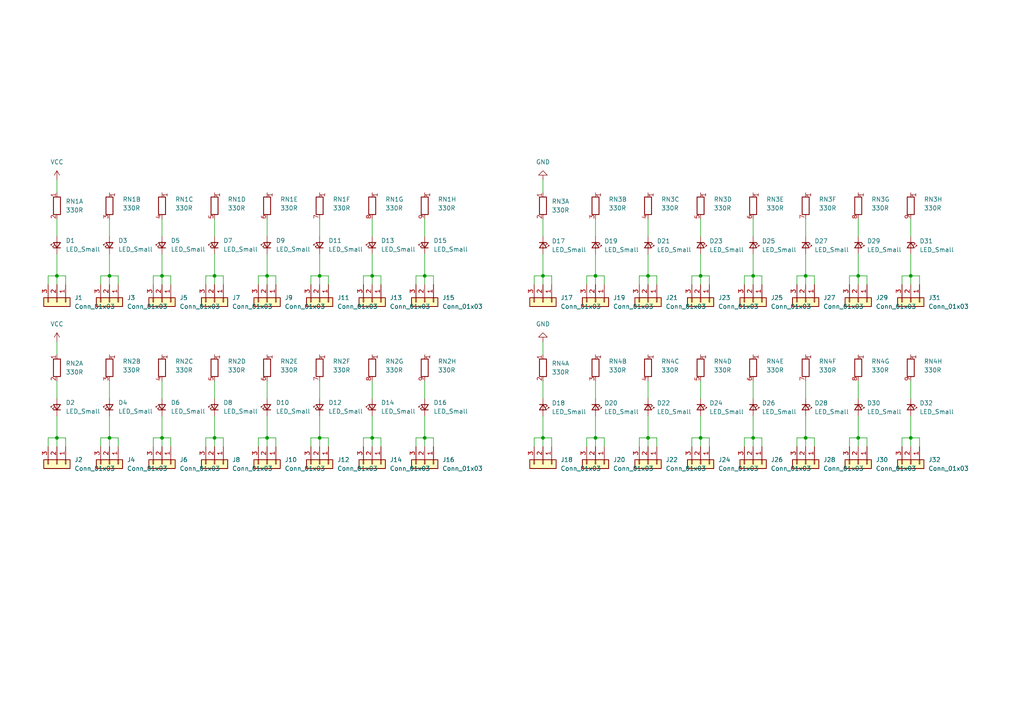
<source format=kicad_sch>
(kicad_sch (version 20220104) (generator eeschema)
  (paper "A4")
  (lib_symbols
    (symbol "Connector_Generic:Conn_01x03" (pin_names (offset 1.016) hide)
      (property "Reference" "J" (at 0 5.08 0))
      (property "Value" "Conn_01x03" (at 0 -5.08 0))
      (symbol "Conn_01x03_1_1"
        (rectangle (start -1.27 -2.413) (end 0 -2.667) (stroke (width 0.1524)))
        (rectangle (start -1.27 0.127) (end 0 -0.127) (stroke (width 0.1524)))
        (rectangle (start -1.27 2.667) (end 0 2.413) (stroke (width 0.1524)))
        (rectangle (start -1.27 3.81) (end 1.27 -3.81) (stroke (width 0.254)) (fill (type background)))
        (pin passive line (at -5.08 2.54 0) (length 3.81) (name "Pin_1") (number "1"))
        (pin passive line (at -5.08 0 0) (length 3.81) (name "Pin_2") (number "2"))
        (pin passive line (at -5.08 -2.54 0) (length 3.81) (name "Pin_3") (number "3"))
      )
    )
    (symbol "Device:LED_Small" (pin_numbers hide) (pin_names (offset 0.254) hide)
      (property "Reference" "D" (at -1.27 3.175 0))
      (property "Value" "LED_Small" (at -4.445 -2.54 0))
      (symbol "LED_Small_0_1"
        (polyline (pts (xy -0.762 -1.016) (xy -0.762 1.016)) (stroke (width 0.254)))
        (polyline (pts (xy 1.016 0) (xy -0.762 0)))
        (polyline (pts (xy 0.762 -1.016) (xy -0.762 0) (xy 0.762 1.016) (xy 0.762 -1.016)) (stroke (width 0.254)))
        (polyline (pts (xy 0 0.762) (xy -0.508 1.27) (xy -0.254 1.27) (xy -0.508 1.27) (xy -0.508 1.016)))
        (polyline (pts (xy 0.508 1.27) (xy 0 1.778) (xy 0.254 1.778) (xy 0 1.778) (xy 0 1.524)))
      )
      (symbol "LED_Small_1_1"
        (pin passive line (at -2.54 0 0) (length 1.778) (name "K") (number "1"))
        (pin passive line (at 2.54 0 180) (length 1.778) (name "A") (number "2"))
      )
    )
    (symbol "Device:R_Network08_Split" (pin_names (offset 0) hide)
      (property "Reference" "RN" (at 2.032 0 90))
      (property "Value" "R_Network08_Split" (at 0 0 90))
      (symbol "R_Network08_Split_0_1"
        (rectangle (start 1.016 2.54) (end -1.016 -2.54) (stroke (width 0.254)))
      )
      (symbol "R_Network08_Split_1_1"
        (pin passive line (at 0 3.81 270) (length 1.27) (name "R1.1") (number "1"))
        (pin passive line (at 0 -3.81 90) (length 1.27) (name "R1.2") (number "2"))
      )
      (symbol "R_Network08_Split_2_1"
        (polyline (pts (xy 0 2.54) (xy 0 3.81)))
        (text "1" (at 0.889 3.175 900) (effects (font (size 1.27 1.27))))
        (pin passive line (at 0 -3.81 90) (length 1.27) (name "R2.2") (number "3"))
      )
      (symbol "R_Network08_Split_3_1"
        (polyline (pts (xy 0 2.54) (xy 0 3.81)))
        (text "1" (at 0.889 3.175 900) (effects (font (size 1.27 1.27))))
        (pin passive line (at 0 -3.81 90) (length 1.27) (name "R3.2") (number "4"))
      )
      (symbol "R_Network08_Split_4_1"
        (polyline (pts (xy 0 2.54) (xy 0 3.81)))
        (text "1" (at 0.889 3.175 900) (effects (font (size 1.27 1.27))))
        (pin passive line (at 0 -3.81 90) (length 1.27) (name "R4.2") (number "5"))
      )
      (symbol "R_Network08_Split_5_1"
        (polyline (pts (xy 0 2.54) (xy 0 3.81)))
        (text "1" (at 0.889 3.175 900) (effects (font (size 1.27 1.27))))
        (pin passive line (at 0 -3.81 90) (length 1.27) (name "R5.2") (number "6"))
      )
      (symbol "R_Network08_Split_6_1"
        (polyline (pts (xy 0 2.54) (xy 0 3.81)))
        (text "1" (at 0.889 3.175 900) (effects (font (size 1.27 1.27))))
        (pin passive line (at 0 -3.81 90) (length 1.27) (name "R6.2") (number "7"))
      )
      (symbol "R_Network08_Split_7_1"
        (polyline (pts (xy 0 2.54) (xy 0 3.81)))
        (text "1" (at 0.889 3.175 900) (effects (font (size 1.27 1.27))))
        (pin passive line (at 0 -3.81 90) (length 1.27) (name "R7.2") (number "8"))
      )
      (symbol "R_Network08_Split_8_1"
        (polyline (pts (xy 0 2.54) (xy 0 3.81)))
        (text "1" (at 0.889 3.175 900) (effects (font (size 1.27 1.27))))
        (pin passive line (at 0 -3.81 90) (length 1.27) (name "R8.2") (number "9"))
      )
    )
    (symbol "power:GND" (power) (pin_names (offset 0))
      (property "Value" "GND" (at 0 -3.81 0))
      (symbol "GND_0_1"
        (polyline (pts (xy 0 0) (xy 0 -1.27) (xy 1.27 -1.27) (xy 0 -2.54) (xy -1.27 -1.27) (xy 0 -1.27)))
      )
      (symbol "GND_1_1"
        (pin power_in line (at 0 0 270) (length 0) hide (name "GND") (number "1"))
      )
    )
    (symbol "power:VCC" (power) (pin_names (offset 0))
      (property "Value" "VCC" (at 0 3.81 0))
      (symbol "VCC_0_1"
        (polyline (pts (xy -0.762 1.27) (xy 0 2.54)))
        (polyline (pts (xy 0 0) (xy 0 2.54)))
        (polyline (pts (xy 0 2.54) (xy 0.762 1.27)))
      )
      (symbol "VCC_1_1"
        (pin power_in line (at 0 0 90) (length 0) hide (name "VCC") (number "1"))
      )
    )
  )
  (junction (at 46.99 127))
  (junction (at 187.96 80.01))
  (junction (at 92.71 80.01))
  (junction (at 203.2 127))
  (junction (at 157.48 80.01))
  (junction (at 46.99 80.01))
  (junction (at 172.72 127))
  (junction (at 62.23 127))
  (junction (at 187.96 127))
  (junction (at 123.19 127))
  (junction (at 92.71 127))
  (junction (at 16.51 127))
  (junction (at 16.51 80.01))
  (junction (at 107.95 80.01))
  (junction (at 218.44 80.01))
  (junction (at 264.16 127))
  (junction (at 172.72 80.01))
  (junction (at 157.48 127))
  (junction (at 77.47 127))
  (junction (at 233.68 80.01))
  (junction (at 233.68 127))
  (junction (at 31.75 80.01))
  (junction (at 31.75 127))
  (junction (at 77.47 80.01))
  (junction (at 248.92 127))
  (junction (at 203.2 80.01))
  (junction (at 107.95 127))
  (junction (at 218.44 127))
  (junction (at 62.23 80.01))
  (junction (at 264.16 80.01))
  (junction (at 248.92 80.01))
  (junction (at 123.19 80.01))
  (wire (pts (xy 64.77 80.01) (xy 62.23 80.01)))
  (wire (pts (xy 231.14 82.55) (xy 231.14 80.01)))
  (wire (pts (xy 190.5 129.54) (xy 190.5 127)))
  (wire (pts (xy 16.51 127) (xy 16.51 129.54)))
  (wire (pts (xy 92.71 110.49) (xy 92.71 115.57)))
  (wire (pts (xy 125.73 82.55) (xy 125.73 80.01)))
  (wire (pts (xy 105.41 80.01) (xy 107.95 80.01)))
  (wire (pts (xy 16.51 52.07) (xy 16.51 55.88)))
  (wire (pts (xy 154.94 82.55) (xy 154.94 80.01)))
  (wire (pts (xy 187.96 63.5) (xy 187.96 68.58)))
  (wire (pts (xy 80.01 80.01) (xy 77.47 80.01)))
  (wire (pts (xy 200.66 127) (xy 203.2 127)))
  (wire (pts (xy 19.05 80.01) (xy 16.51 80.01)))
  (wire (pts (xy 231.14 80.01) (xy 233.68 80.01)))
  (wire (pts (xy 123.19 127) (xy 123.19 129.54)))
  (wire (pts (xy 170.18 80.01) (xy 172.72 80.01)))
  (wire (pts (xy 62.23 80.01) (xy 62.23 82.55)))
  (wire (pts (xy 236.22 127) (xy 233.68 127)))
  (wire (pts (xy 62.23 120.65) (xy 62.23 127)))
  (wire (pts (xy 29.21 80.01) (xy 31.75 80.01)))
  (wire (pts (xy 218.44 120.65) (xy 218.44 127)))
  (wire (pts (xy 246.38 82.55) (xy 246.38 80.01)))
  (wire (pts (xy 231.14 127) (xy 233.68 127)))
  (wire (pts (xy 160.02 82.55) (xy 160.02 80.01)))
  (wire (pts (xy 185.42 129.54) (xy 185.42 127)))
  (wire (pts (xy 49.53 82.55) (xy 49.53 80.01)))
  (wire (pts (xy 77.47 120.65) (xy 77.47 127)))
  (wire (pts (xy 154.94 127) (xy 157.48 127)))
  (wire (pts (xy 218.44 110.49) (xy 218.44 115.57)))
  (wire (pts (xy 16.51 120.65) (xy 16.51 127)))
  (wire (pts (xy 203.2 120.65) (xy 203.2 127)))
  (wire (pts (xy 266.7 127) (xy 264.16 127)))
  (wire (pts (xy 64.77 82.55) (xy 64.77 80.01)))
  (wire (pts (xy 107.95 80.01) (xy 107.95 82.55)))
  (wire (pts (xy 236.22 129.54) (xy 236.22 127)))
  (wire (pts (xy 59.69 80.01) (xy 62.23 80.01)))
  (wire (pts (xy 92.71 63.5) (xy 92.71 68.58)))
  (wire (pts (xy 266.7 129.54) (xy 266.7 127)))
  (wire (pts (xy 105.41 127) (xy 107.95 127)))
  (wire (pts (xy 110.49 82.55) (xy 110.49 80.01)))
  (wire (pts (xy 261.62 80.01) (xy 261.62 82.55)))
  (wire (pts (xy 123.19 110.49) (xy 123.19 115.57)))
  (wire (pts (xy 59.69 129.54) (xy 59.69 127)))
  (wire (pts (xy 160.02 80.01) (xy 157.48 80.01)))
  (wire (pts (xy 215.9 82.55) (xy 215.9 80.01)))
  (wire (pts (xy 251.46 82.55) (xy 251.46 80.01)))
  (wire (pts (xy 62.23 63.5) (xy 62.23 68.58)))
  (wire (pts (xy 203.2 80.01) (xy 203.2 82.55)))
  (wire (pts (xy 46.99 120.65) (xy 46.99 127)))
  (wire (pts (xy 95.25 129.54) (xy 95.25 127)))
  (wire (pts (xy 220.98 127) (xy 218.44 127)))
  (wire (pts (xy 125.73 80.01) (xy 123.19 80.01)))
  (wire (pts (xy 46.99 73.66) (xy 46.99 80.01)))
  (wire (pts (xy 59.69 82.55) (xy 59.69 80.01)))
  (wire (pts (xy 74.93 82.55) (xy 74.93 80.01)))
  (wire (pts (xy 205.74 80.01) (xy 203.2 80.01)))
  (wire (pts (xy 264.16 63.5) (xy 264.16 68.58)))
  (wire (pts (xy 95.25 82.55) (xy 95.25 80.01)))
  (wire (pts (xy 13.97 127) (xy 16.51 127)))
  (wire (pts (xy 175.26 80.01) (xy 172.72 80.01)))
  (wire (pts (xy 44.45 127) (xy 46.99 127)))
  (wire (pts (xy 29.21 129.54) (xy 29.21 127)))
  (wire (pts (xy 123.19 120.65) (xy 123.19 127)))
  (wire (pts (xy 123.19 127) (xy 120.65 127)))
  (wire (pts (xy 233.68 80.01) (xy 233.68 82.55)))
  (wire (pts (xy 172.72 80.01) (xy 172.72 82.55)))
  (wire (pts (xy 44.45 129.54) (xy 44.45 127)))
  (wire (pts (xy 31.75 73.66) (xy 31.75 80.01)))
  (wire (pts (xy 218.44 63.5) (xy 218.44 68.58)))
  (wire (pts (xy 251.46 129.54) (xy 251.46 127)))
  (wire (pts (xy 205.74 127) (xy 203.2 127)))
  (wire (pts (xy 172.72 110.49) (xy 172.72 115.57)))
  (wire (pts (xy 215.9 127) (xy 218.44 127)))
  (wire (pts (xy 157.48 120.65) (xy 157.48 127)))
  (wire (pts (xy 233.68 127) (xy 233.68 129.54)))
  (wire (pts (xy 31.75 63.5) (xy 31.75 68.58)))
  (wire (pts (xy 90.17 80.01) (xy 92.71 80.01)))
  (wire (pts (xy 77.47 73.66) (xy 77.47 80.01)))
  (wire (pts (xy 64.77 127) (xy 62.23 127)))
  (wire (pts (xy 46.99 110.49) (xy 46.99 115.57)))
  (wire (pts (xy 123.19 63.5) (xy 123.19 68.58)))
  (wire (pts (xy 92.71 127) (xy 92.71 129.54)))
  (wire (pts (xy 190.5 127) (xy 187.96 127)))
  (wire (pts (xy 160.02 127) (xy 157.48 127)))
  (wire (pts (xy 34.29 80.01) (xy 31.75 80.01)))
  (wire (pts (xy 16.51 63.5) (xy 16.51 68.58)))
  (wire (pts (xy 154.94 80.01) (xy 157.48 80.01)))
  (wire (pts (xy 154.94 129.54) (xy 154.94 127)))
  (wire (pts (xy 92.71 120.65) (xy 92.71 127)))
  (wire (pts (xy 170.18 129.54) (xy 170.18 127)))
  (wire (pts (xy 107.95 110.49) (xy 107.95 115.57)))
  (wire (pts (xy 13.97 80.01) (xy 16.51 80.01)))
  (wire (pts (xy 233.68 63.5) (xy 233.68 68.58)))
  (wire (pts (xy 46.99 80.01) (xy 46.99 82.55)))
  (wire (pts (xy 157.48 80.01) (xy 157.48 82.55)))
  (wire (pts (xy 59.69 127) (xy 62.23 127)))
  (wire (pts (xy 172.72 127) (xy 172.72 129.54)))
  (wire (pts (xy 233.68 110.49) (xy 233.68 115.57)))
  (wire (pts (xy 205.74 82.55) (xy 205.74 80.01)))
  (wire (pts (xy 123.19 80.01) (xy 120.65 80.01)))
  (wire (pts (xy 172.72 63.5) (xy 172.72 68.58)))
  (wire (pts (xy 185.42 127) (xy 187.96 127)))
  (wire (pts (xy 175.26 127) (xy 172.72 127)))
  (wire (pts (xy 220.98 82.55) (xy 220.98 80.01)))
  (wire (pts (xy 29.21 127) (xy 31.75 127)))
  (wire (pts (xy 218.44 80.01) (xy 218.44 82.55)))
  (wire (pts (xy 261.62 127) (xy 261.62 129.54)))
  (wire (pts (xy 157.48 99.06) (xy 157.48 102.87)))
  (wire (pts (xy 264.16 120.65) (xy 264.16 127)))
  (wire (pts (xy 110.49 80.01) (xy 107.95 80.01)))
  (wire (pts (xy 64.77 129.54) (xy 64.77 127)))
  (wire (pts (xy 123.19 80.01) (xy 123.19 82.55)))
  (wire (pts (xy 46.99 127) (xy 46.99 129.54)))
  (wire (pts (xy 19.05 129.54) (xy 19.05 127)))
  (wire (pts (xy 187.96 110.49) (xy 187.96 115.57)))
  (wire (pts (xy 266.7 82.55) (xy 266.7 80.01)))
  (wire (pts (xy 34.29 129.54) (xy 34.29 127)))
  (wire (pts (xy 77.47 63.5) (xy 77.47 68.58)))
  (wire (pts (xy 77.47 80.01) (xy 77.47 82.55)))
  (wire (pts (xy 49.53 129.54) (xy 49.53 127)))
  (wire (pts (xy 90.17 129.54) (xy 90.17 127)))
  (wire (pts (xy 107.95 127) (xy 107.95 129.54)))
  (wire (pts (xy 16.51 110.49) (xy 16.51 115.57)))
  (wire (pts (xy 16.51 99.06) (xy 16.51 102.87)))
  (wire (pts (xy 248.92 120.65) (xy 248.92 127)))
  (wire (pts (xy 95.25 127) (xy 92.71 127)))
  (wire (pts (xy 62.23 127) (xy 62.23 129.54)))
  (wire (pts (xy 187.96 120.65) (xy 187.96 127)))
  (wire (pts (xy 110.49 127) (xy 107.95 127)))
  (wire (pts (xy 80.01 127) (xy 77.47 127)))
  (wire (pts (xy 248.92 110.49) (xy 248.92 115.57)))
  (wire (pts (xy 170.18 127) (xy 172.72 127)))
  (wire (pts (xy 220.98 80.01) (xy 218.44 80.01)))
  (wire (pts (xy 248.92 63.5) (xy 248.92 68.58)))
  (wire (pts (xy 157.48 73.66) (xy 157.48 80.01)))
  (wire (pts (xy 34.29 127) (xy 31.75 127)))
  (wire (pts (xy 31.75 80.01) (xy 31.75 82.55)))
  (wire (pts (xy 264.16 80.01) (xy 261.62 80.01)))
  (wire (pts (xy 246.38 127) (xy 248.92 127)))
  (wire (pts (xy 246.38 129.54) (xy 246.38 127)))
  (wire (pts (xy 264.16 110.49) (xy 264.16 115.57)))
  (wire (pts (xy 49.53 127) (xy 46.99 127)))
  (wire (pts (xy 248.92 80.01) (xy 248.92 82.55)))
  (wire (pts (xy 215.9 129.54) (xy 215.9 127)))
  (wire (pts (xy 264.16 73.66) (xy 264.16 80.01)))
  (wire (pts (xy 110.49 129.54) (xy 110.49 127)))
  (wire (pts (xy 185.42 82.55) (xy 185.42 80.01)))
  (wire (pts (xy 264.16 80.01) (xy 264.16 82.55)))
  (wire (pts (xy 157.48 52.07) (xy 157.48 55.88)))
  (wire (pts (xy 107.95 120.65) (xy 107.95 127)))
  (wire (pts (xy 175.26 82.55) (xy 175.26 80.01)))
  (wire (pts (xy 236.22 82.55) (xy 236.22 80.01)))
  (wire (pts (xy 77.47 127) (xy 77.47 129.54)))
  (wire (pts (xy 205.74 129.54) (xy 205.74 127)))
  (wire (pts (xy 74.93 129.54) (xy 74.93 127)))
  (wire (pts (xy 236.22 80.01) (xy 233.68 80.01)))
  (wire (pts (xy 266.7 80.01) (xy 264.16 80.01)))
  (wire (pts (xy 218.44 73.66) (xy 218.44 80.01)))
  (wire (pts (xy 200.66 129.54) (xy 200.66 127)))
  (wire (pts (xy 170.18 82.55) (xy 170.18 80.01)))
  (wire (pts (xy 175.26 129.54) (xy 175.26 127)))
  (wire (pts (xy 157.48 110.49) (xy 157.48 115.57)))
  (wire (pts (xy 19.05 82.55) (xy 19.05 80.01)))
  (wire (pts (xy 231.14 129.54) (xy 231.14 127)))
  (wire (pts (xy 80.01 82.55) (xy 80.01 80.01)))
  (wire (pts (xy 90.17 127) (xy 92.71 127)))
  (wire (pts (xy 190.5 82.55) (xy 190.5 80.01)))
  (wire (pts (xy 46.99 63.5) (xy 46.99 68.58)))
  (wire (pts (xy 125.73 129.54) (xy 125.73 127)))
  (wire (pts (xy 203.2 73.66) (xy 203.2 80.01)))
  (wire (pts (xy 13.97 129.54) (xy 13.97 127)))
  (wire (pts (xy 34.29 82.55) (xy 34.29 80.01)))
  (wire (pts (xy 187.96 80.01) (xy 187.96 82.55)))
  (wire (pts (xy 107.95 73.66) (xy 107.95 80.01)))
  (wire (pts (xy 251.46 127) (xy 248.92 127)))
  (wire (pts (xy 19.05 127) (xy 16.51 127)))
  (wire (pts (xy 187.96 73.66) (xy 187.96 80.01)))
  (wire (pts (xy 218.44 127) (xy 218.44 129.54)))
  (wire (pts (xy 92.71 73.66) (xy 92.71 80.01)))
  (wire (pts (xy 105.41 129.54) (xy 105.41 127)))
  (wire (pts (xy 16.51 80.01) (xy 16.51 82.55)))
  (wire (pts (xy 77.47 110.49) (xy 77.47 115.57)))
  (wire (pts (xy 123.19 73.66) (xy 123.19 80.01)))
  (wire (pts (xy 185.42 80.01) (xy 187.96 80.01)))
  (wire (pts (xy 215.9 80.01) (xy 218.44 80.01)))
  (wire (pts (xy 80.01 129.54) (xy 80.01 127)))
  (wire (pts (xy 187.96 127) (xy 187.96 129.54)))
  (wire (pts (xy 44.45 80.01) (xy 46.99 80.01)))
  (wire (pts (xy 157.48 63.5) (xy 157.48 68.58)))
  (wire (pts (xy 203.2 127) (xy 203.2 129.54)))
  (wire (pts (xy 264.16 127) (xy 264.16 129.54)))
  (wire (pts (xy 13.97 82.55) (xy 13.97 80.01)))
  (wire (pts (xy 248.92 127) (xy 248.92 129.54)))
  (wire (pts (xy 172.72 73.66) (xy 172.72 80.01)))
  (wire (pts (xy 233.68 73.66) (xy 233.68 80.01)))
  (wire (pts (xy 95.25 80.01) (xy 92.71 80.01)))
  (wire (pts (xy 220.98 129.54) (xy 220.98 127)))
  (wire (pts (xy 92.71 80.01) (xy 92.71 82.55)))
  (wire (pts (xy 200.66 80.01) (xy 203.2 80.01)))
  (wire (pts (xy 251.46 80.01) (xy 248.92 80.01)))
  (wire (pts (xy 248.92 73.66) (xy 248.92 80.01)))
  (wire (pts (xy 62.23 73.66) (xy 62.23 80.01)))
  (wire (pts (xy 172.72 120.65) (xy 172.72 127)))
  (wire (pts (xy 49.53 80.01) (xy 46.99 80.01)))
  (wire (pts (xy 74.93 80.01) (xy 77.47 80.01)))
  (wire (pts (xy 29.21 82.55) (xy 29.21 80.01)))
  (wire (pts (xy 90.17 82.55) (xy 90.17 80.01)))
  (wire (pts (xy 190.5 80.01) (xy 187.96 80.01)))
  (wire (pts (xy 62.23 110.49) (xy 62.23 115.57)))
  (wire (pts (xy 107.95 63.5) (xy 107.95 68.58)))
  (wire (pts (xy 31.75 127) (xy 31.75 129.54)))
  (wire (pts (xy 203.2 63.5) (xy 203.2 68.58)))
  (wire (pts (xy 120.65 127) (xy 120.65 129.54)))
  (wire (pts (xy 44.45 82.55) (xy 44.45 80.01)))
  (wire (pts (xy 105.41 82.55) (xy 105.41 80.01)))
  (wire (pts (xy 200.66 82.55) (xy 200.66 80.01)))
  (wire (pts (xy 264.16 127) (xy 261.62 127)))
  (wire (pts (xy 160.02 129.54) (xy 160.02 127)))
  (wire (pts (xy 31.75 110.49) (xy 31.75 115.57)))
  (wire (pts (xy 31.75 120.65) (xy 31.75 127)))
  (wire (pts (xy 16.51 73.66) (xy 16.51 80.01)))
  (wire (pts (xy 74.93 127) (xy 77.47 127)))
  (wire (pts (xy 246.38 80.01) (xy 248.92 80.01)))
  (wire (pts (xy 157.48 127) (xy 157.48 129.54)))
  (wire (pts (xy 125.73 127) (xy 123.19 127)))
  (wire (pts (xy 203.2 110.49) (xy 203.2 115.57)))
  (wire (pts (xy 120.65 80.01) (xy 120.65 82.55)))
  (wire (pts (xy 233.68 120.65) (xy 233.68 127)))
  (symbol (lib_id "Device:LED_Small") (at 107.95 118.11 90) (unit 1)
    (property "Reference" "D14" (at 110.49 116.7764 90) (effects (justify right)))
    (property "Value" "LED_Small" (at 110.49 119.3164 90) (effects (justify right)))
    (property "Footprint" "LED_THT:LED_D3.0mm" (effects hide))
  )
  (symbol (lib_id "Connector_Generic:Conn_01x03") (at 31.75 134.62 270) (unit 1)
    (property "Reference" "J4" (at 36.83 133.3499 90) (effects (justify left)))
    (property "Value" "Conn_01x03" (at 36.83 135.8899 90) (effects (justify left)))
    (property "Footprint" "Connector_PinSocket_2.54mm:PinSocket_1x03_P2.54mm_Vertical" (effects hide))
  )
  (symbol (lib_id "Device:R_Network08_Split") (at 157.48 59.69 0) (unit 1)
    (property "Reference" "RN3" (at 160.02 58.4199 0) (effects (justify left)))
    (property "Value" "330R" (at 160.02 60.9599 0) (effects (justify left)))
    (property "Footprint" "Resistor_THT:R_Array_SIP9" (effects hide))
    (property "Datasheet" "http://www.vishay.com/docs/31509/csc.pdf" (effects hide))
  )
  (symbol (lib_id "Device:LED_Small") (at 248.92 71.12 270) (unit 1)
    (property "Reference" "D29" (at 251.46 69.9134 90) (effects (justify left)))
    (property "Value" "LED_Small" (at 251.46 72.4534 90) (effects (justify left)))
    (property "Footprint" "LED_THT:LED_D3.0mm" (effects hide))
  )
  (symbol (lib_id "Device:LED_Small") (at 123.19 71.12 90) (unit 1)
    (property "Reference" "D15" (at 125.73 69.7864 90) (effects (justify right)))
    (property "Value" "LED_Small" (at 125.73 72.3264 90) (effects (justify right)))
    (property "Footprint" "LED_THT:LED_D3.0mm" (effects hide))
  )
  (symbol (lib_id "Connector_Generic:Conn_01x03") (at 46.99 87.63 270) (unit 1)
    (property "Reference" "J5" (at 52.07 86.3599 90) (effects (justify left)))
    (property "Value" "Conn_01x03" (at 52.07 88.8999 90) (effects (justify left)))
    (property "Footprint" "Connector_PinSocket_2.54mm:PinSocket_1x03_P2.54mm_Vertical" (effects hide))
  )
  (symbol (lib_id "Device:LED_Small") (at 77.47 71.12 90) (unit 1)
    (property "Reference" "D9" (at 80.01 69.7864 90) (effects (justify right)))
    (property "Value" "LED_Small" (at 80.01 72.3264 90) (effects (justify right)))
    (property "Footprint" "LED_THT:LED_D3.0mm" (effects hide))
  )
  (symbol (lib_id "Device:R_Network08_Split") (at 218.44 106.68 0) (unit 5)
    (property "Reference" "RN4" (at 222.25 104.8138 0) (effects (justify left)))
    (property "Value" "330R" (at 222.25 107.3538 0) (effects (justify left)))
    (property "Footprint" "Resistor_THT:R_Array_SIP9" (effects hide))
    (property "Datasheet" "http://www.vishay.com/docs/31509/csc.pdf" (effects hide))
  )
  (symbol (lib_id "Device:R_Network08_Split") (at 172.72 106.68 0) (unit 2)
    (property "Reference" "RN4" (at 176.53 104.8138 0) (effects (justify left)))
    (property "Value" "330R" (at 176.53 107.3538 0) (effects (justify left)))
    (property "Footprint" "Resistor_THT:R_Array_SIP9" (effects hide))
    (property "Datasheet" "http://www.vishay.com/docs/31509/csc.pdf" (effects hide))
  )
  (symbol (lib_id "Device:R_Network08_Split") (at 264.16 106.68 0) (unit 8)
    (property "Reference" "RN4" (at 267.97 104.8138 0) (effects (justify left)))
    (property "Value" "330R" (at 267.97 107.3538 0) (effects (justify left)))
    (property "Footprint" "Resistor_THT:R_Array_SIP9" (effects hide))
    (property "Datasheet" "http://www.vishay.com/docs/31509/csc.pdf" (effects hide))
  )
  (symbol (lib_id "Device:R_Network08_Split") (at 46.99 59.69 0) (unit 3)
    (property "Reference" "RN1" (at 50.8 57.8238 0) (effects (justify left)))
    (property "Value" "330R" (at 50.8 60.3638 0) (effects (justify left)))
    (property "Footprint" "Resistor_THT:R_Array_SIP9" (effects hide))
    (property "Datasheet" "http://www.vishay.com/docs/31509/csc.pdf" (effects hide))
  )
  (symbol (lib_id "Device:R_Network08_Split") (at 31.75 59.69 0) (unit 2)
    (property "Reference" "RN1" (at 35.56 57.8238 0) (effects (justify left)))
    (property "Value" "330R" (at 35.56 60.3638 0) (effects (justify left)))
    (property "Footprint" "Resistor_THT:R_Array_SIP9" (effects hide))
    (property "Datasheet" "http://www.vishay.com/docs/31509/csc.pdf" (effects hide))
  )
  (symbol (lib_id "Device:LED_Small") (at 187.96 71.12 270) (unit 1)
    (property "Reference" "D21" (at 190.5 69.9134 90) (effects (justify left)))
    (property "Value" "LED_Small" (at 190.5 72.4534 90) (effects (justify left)))
    (property "Footprint" "LED_THT:LED_D3.0mm" (effects hide))
  )
  (symbol (lib_id "Device:LED_Small") (at 264.16 118.11 270) (unit 1)
    (property "Reference" "D32" (at 266.7 116.9034 90) (effects (justify left)))
    (property "Value" "LED_Small" (at 266.7 119.4434 90) (effects (justify left)))
    (property "Footprint" "LED_THT:LED_D3.0mm" (effects hide))
  )
  (symbol (lib_id "Device:R_Network08_Split") (at 203.2 59.69 0) (unit 4)
    (property "Reference" "RN3" (at 207.01 57.8238 0) (effects (justify left)))
    (property "Value" "330R" (at 207.01 60.3638 0) (effects (justify left)))
    (property "Footprint" "Resistor_THT:R_Array_SIP9" (effects hide))
    (property "Datasheet" "http://www.vishay.com/docs/31509/csc.pdf" (effects hide))
  )
  (symbol (lib_id "Device:R_Network08_Split") (at 248.92 106.68 0) (unit 7)
    (property "Reference" "RN4" (at 252.73 104.8138 0) (effects (justify left)))
    (property "Value" "330R" (at 252.73 107.3538 0) (effects (justify left)))
    (property "Footprint" "Resistor_THT:R_Array_SIP9" (effects hide))
    (property "Datasheet" "http://www.vishay.com/docs/31509/csc.pdf" (effects hide))
  )
  (symbol (lib_id "Connector_Generic:Conn_01x03") (at 77.47 134.62 270) (unit 1)
    (property "Reference" "J10" (at 82.55 133.3499 90) (effects (justify left)))
    (property "Value" "Conn_01x03" (at 82.55 135.8899 90) (effects (justify left)))
    (property "Footprint" "Connector_PinSocket_2.54mm:PinSocket_1x03_P2.54mm_Vertical" (effects hide))
  )
  (symbol (lib_id "Device:LED_Small") (at 233.68 71.12 270) (unit 1)
    (property "Reference" "D27" (at 236.22 69.9134 90) (effects (justify left)))
    (property "Value" "LED_Small" (at 236.22 72.4534 90) (effects (justify left)))
    (property "Footprint" "LED_THT:LED_D3.0mm" (effects hide))
  )
  (symbol (lib_id "Device:R_Network08_Split") (at 107.95 106.68 0) (unit 7)
    (property "Reference" "RN2" (at 111.76 104.8138 0) (effects (justify left)))
    (property "Value" "330R" (at 111.76 107.3538 0) (effects (justify left)))
    (property "Footprint" "Resistor_THT:R_Array_SIP9" (effects hide))
    (property "Datasheet" "http://www.vishay.com/docs/31509/csc.pdf" (effects hide))
  )
  (symbol (lib_id "Device:R_Network08_Split") (at 233.68 106.68 0) (unit 6)
    (property "Reference" "RN4" (at 237.49 104.8138 0) (effects (justify left)))
    (property "Value" "330R" (at 237.49 107.3538 0) (effects (justify left)))
    (property "Footprint" "Resistor_THT:R_Array_SIP9" (effects hide))
    (property "Datasheet" "http://www.vishay.com/docs/31509/csc.pdf" (effects hide))
  )
  (symbol (lib_id "Device:R_Network08_Split") (at 248.92 59.69 0) (unit 7)
    (property "Reference" "RN3" (at 252.73 57.8238 0) (effects (justify left)))
    (property "Value" "330R" (at 252.73 60.3638 0) (effects (justify left)))
    (property "Footprint" "Resistor_THT:R_Array_SIP9" (effects hide))
    (property "Datasheet" "http://www.vishay.com/docs/31509/csc.pdf" (effects hide))
  )
  (symbol (lib_id "Device:LED_Small") (at 157.48 118.11 270) (unit 1)
    (property "Reference" "D18" (at 160.02 116.9034 90) (effects (justify left)))
    (property "Value" "LED_Small" (at 160.02 119.4434 90) (effects (justify left)))
    (property "Footprint" "LED_THT:LED_D3.0mm" (effects hide))
  )
  (symbol (lib_id "Connector_Generic:Conn_01x03") (at 16.51 87.63 270) (unit 1)
    (property "Reference" "J1" (at 21.59 86.3599 90) (effects (justify left)))
    (property "Value" "Conn_01x03" (at 21.59 88.8999 90) (effects (justify left)))
    (property "Footprint" "Connector_PinSocket_2.54mm:PinSocket_1x03_P2.54mm_Vertical" (effects hide))
  )
  (symbol (lib_id "Connector_Generic:Conn_01x03") (at 46.99 134.62 270) (unit 1)
    (property "Reference" "J6" (at 52.07 133.3499 90) (effects (justify left)))
    (property "Value" "Conn_01x03" (at 52.07 135.8899 90) (effects (justify left)))
    (property "Footprint" "Connector_PinSocket_2.54mm:PinSocket_1x03_P2.54mm_Vertical" (effects hide))
  )
  (symbol (lib_id "Connector_Generic:Conn_01x03") (at 203.2 134.62 270) (unit 1)
    (property "Reference" "J24" (at 208.28 133.3499 90) (effects (justify left)))
    (property "Value" "Conn_01x03" (at 208.28 135.8899 90) (effects (justify left)))
    (property "Footprint" "Connector_PinSocket_2.54mm:PinSocket_1x03_P2.54mm_Vertical" (effects hide))
  )
  (symbol (lib_id "Device:R_Network08_Split") (at 233.68 59.69 0) (unit 6)
    (property "Reference" "RN3" (at 237.49 57.8238 0) (effects (justify left)))
    (property "Value" "330R" (at 237.49 60.3638 0) (effects (justify left)))
    (property "Footprint" "Resistor_THT:R_Array_SIP9" (effects hide))
    (property "Datasheet" "http://www.vishay.com/docs/31509/csc.pdf" (effects hide))
  )
  (symbol (lib_id "Connector_Generic:Conn_01x03") (at 157.48 134.62 270) (unit 1)
    (property "Reference" "J18" (at 162.56 133.3499 90) (effects (justify left)))
    (property "Value" "Conn_01x03" (at 162.56 135.8899 90) (effects (justify left)))
    (property "Footprint" "Connector_PinSocket_2.54mm:PinSocket_1x03_P2.54mm_Vertical" (effects hide))
  )
  (symbol (lib_id "Device:LED_Small") (at 187.96 118.11 270) (unit 1)
    (property "Reference" "D22" (at 190.5 116.9034 90) (effects (justify left)))
    (property "Value" "LED_Small" (at 190.5 119.4434 90) (effects (justify left)))
    (property "Footprint" "LED_THT:LED_D3.0mm" (effects hide))
  )
  (symbol (lib_id "Device:LED_Small") (at 218.44 71.12 270) (unit 1)
    (property "Reference" "D25" (at 220.98 69.9134 90) (effects (justify left)))
    (property "Value" "LED_Small" (at 220.98 72.4534 90) (effects (justify left)))
    (property "Footprint" "LED_THT:LED_D3.0mm" (effects hide))
  )
  (symbol (lib_id "Device:R_Network08_Split") (at 92.71 106.68 0) (unit 6)
    (property "Reference" "RN2" (at 96.52 104.8138 0) (effects (justify left)))
    (property "Value" "330R" (at 96.52 107.3538 0) (effects (justify left)))
    (property "Footprint" "Resistor_THT:R_Array_SIP9" (effects hide))
    (property "Datasheet" "http://www.vishay.com/docs/31509/csc.pdf" (effects hide))
  )
  (symbol (lib_id "Device:R_Network08_Split") (at 187.96 59.69 0) (unit 3)
    (property "Reference" "RN3" (at 191.77 57.8238 0) (effects (justify left)))
    (property "Value" "330R" (at 191.77 60.3638 0) (effects (justify left)))
    (property "Footprint" "Resistor_THT:R_Array_SIP9" (effects hide))
    (property "Datasheet" "http://www.vishay.com/docs/31509/csc.pdf" (effects hide))
  )
  (symbol (lib_id "Connector_Generic:Conn_01x03") (at 172.72 87.63 270) (unit 1)
    (property "Reference" "J19" (at 177.8 86.3599 90) (effects (justify left)))
    (property "Value" "Conn_01x03" (at 177.8 88.8999 90) (effects (justify left)))
    (property "Footprint" "Connector_PinSocket_2.54mm:PinSocket_1x03_P2.54mm_Vertical" (effects hide))
  )
  (symbol (lib_id "Connector_Generic:Conn_01x03") (at 264.16 87.63 270) (unit 1)
    (property "Reference" "J31" (at 269.24 86.3599 90) (effects (justify left)))
    (property "Value" "Conn_01x03" (at 269.24 88.8999 90) (effects (justify left)))
    (property "Footprint" "Connector_PinSocket_2.54mm:PinSocket_1x03_P2.54mm_Vertical" (effects hide))
  )
  (symbol (lib_id "power:VCC") (at 16.51 99.06 0) (unit 1)
    (property "Reference" "#PWR0103" (effects hide))
    (property "Value" "VCC" (at 16.51 93.98 0))
  )
  (symbol (lib_id "Device:LED_Small") (at 157.48 71.12 270) (unit 1)
    (property "Reference" "D17" (at 160.02 69.9134 90) (effects (justify left)))
    (property "Value" "LED_Small" (at 160.02 72.4534 90) (effects (justify left)))
    (property "Footprint" "LED_THT:LED_D3.0mm" (effects hide))
  )
  (symbol (lib_id "Connector_Generic:Conn_01x03") (at 264.16 134.62 270) (unit 1)
    (property "Reference" "J32" (at 269.24 133.3499 90) (effects (justify left)))
    (property "Value" "Conn_01x03" (at 269.24 135.8899 90) (effects (justify left)))
    (property "Footprint" "Connector_PinSocket_2.54mm:PinSocket_1x03_P2.54mm_Vertical" (effects hide))
  )
  (symbol (lib_id "Device:LED_Small") (at 31.75 71.12 90) (unit 1)
    (property "Reference" "D3" (at 34.29 69.7864 90) (effects (justify right)))
    (property "Value" "LED_Small" (at 34.29 72.3264 90) (effects (justify right)))
    (property "Footprint" "LED_THT:LED_D3.0mm" (effects hide))
  )
  (symbol (lib_id "Device:R_Network08_Split") (at 16.51 106.68 0) (unit 1)
    (property "Reference" "RN2" (at 19.05 105.4099 0) (effects (justify left)))
    (property "Value" "330R" (at 19.05 107.9499 0) (effects (justify left)))
    (property "Footprint" "Resistor_THT:R_Array_SIP9" (effects hide))
    (property "Datasheet" "http://www.vishay.com/docs/31509/csc.pdf" (effects hide))
  )
  (symbol (lib_id "Device:LED_Small") (at 172.72 71.12 270) (unit 1)
    (property "Reference" "D19" (at 175.26 69.9134 90) (effects (justify left)))
    (property "Value" "LED_Small" (at 175.26 72.4534 90) (effects (justify left)))
    (property "Footprint" "LED_THT:LED_D3.0mm" (effects hide))
  )
  (symbol (lib_id "Device:R_Network08_Split") (at 16.51 59.69 0) (unit 1)
    (property "Reference" "RN1" (at 19.05 58.4199 0) (effects (justify left)))
    (property "Value" "330R" (at 19.05 60.9599 0) (effects (justify left)))
    (property "Footprint" "Resistor_THT:R_Array_SIP9" (effects hide))
    (property "Datasheet" "http://www.vishay.com/docs/31509/csc.pdf" (effects hide))
  )
  (symbol (lib_id "Device:R_Network08_Split") (at 157.48 106.68 0) (unit 1)
    (property "Reference" "RN4" (at 160.02 105.4099 0) (effects (justify left)))
    (property "Value" "330R" (at 160.02 107.9499 0) (effects (justify left)))
    (property "Footprint" "Resistor_THT:R_Array_SIP9" (effects hide))
    (property "Datasheet" "http://www.vishay.com/docs/31509/csc.pdf" (effects hide))
  )
  (symbol (lib_id "Device:LED_Small") (at 233.68 118.11 270) (unit 1)
    (property "Reference" "D28" (at 236.22 116.9034 90) (effects (justify left)))
    (property "Value" "LED_Small" (at 236.22 119.4434 90) (effects (justify left)))
    (property "Footprint" "LED_THT:LED_D3.0mm" (effects hide))
  )
  (symbol (lib_id "Device:LED_Small") (at 92.71 118.11 90) (unit 1)
    (property "Reference" "D12" (at 95.25 116.7764 90) (effects (justify right)))
    (property "Value" "LED_Small" (at 95.25 119.3164 90) (effects (justify right)))
    (property "Footprint" "LED_THT:LED_D3.0mm" (effects hide))
  )
  (symbol (lib_id "Connector_Generic:Conn_01x03") (at 16.51 134.62 270) (unit 1)
    (property "Reference" "J2" (at 21.59 133.3499 90) (effects (justify left)))
    (property "Value" "Conn_01x03" (at 21.59 135.8899 90) (effects (justify left)))
    (property "Footprint" "Connector_PinSocket_2.54mm:PinSocket_1x03_P2.54mm_Vertical" (effects hide))
  )
  (symbol (lib_id "power:GND") (at 157.48 52.07 180) (unit 1)
    (property "Reference" "#PWR0102" (effects hide))
    (property "Value" "GND" (at 157.48 46.99 0))
  )
  (symbol (lib_id "Device:R_Network08_Split") (at 172.72 59.69 0) (unit 2)
    (property "Reference" "RN3" (at 176.53 57.8238 0) (effects (justify left)))
    (property "Value" "330R" (at 176.53 60.3638 0) (effects (justify left)))
    (property "Footprint" "Resistor_THT:R_Array_SIP9" (effects hide))
    (property "Datasheet" "http://www.vishay.com/docs/31509/csc.pdf" (effects hide))
  )
  (symbol (lib_id "Device:R_Network08_Split") (at 31.75 106.68 0) (unit 2)
    (property "Reference" "RN2" (at 35.56 104.8138 0) (effects (justify left)))
    (property "Value" "330R" (at 35.56 107.3538 0) (effects (justify left)))
    (property "Footprint" "Resistor_THT:R_Array_SIP9" (effects hide))
    (property "Datasheet" "http://www.vishay.com/docs/31509/csc.pdf" (effects hide))
  )
  (symbol (lib_id "Device:R_Network08_Split") (at 46.99 106.68 0) (unit 3)
    (property "Reference" "RN2" (at 50.8 104.8138 0) (effects (justify left)))
    (property "Value" "330R" (at 50.8 107.3538 0) (effects (justify left)))
    (property "Footprint" "Resistor_THT:R_Array_SIP9" (effects hide))
    (property "Datasheet" "http://www.vishay.com/docs/31509/csc.pdf" (effects hide))
  )
  (symbol (lib_id "Device:LED_Small") (at 264.16 71.12 270) (unit 1)
    (property "Reference" "D31" (at 266.7 69.9134 90) (effects (justify left)))
    (property "Value" "LED_Small" (at 266.7 72.4534 90) (effects (justify left)))
    (property "Footprint" "LED_THT:LED_D3.0mm" (effects hide))
  )
  (symbol (lib_id "Device:R_Network08_Split") (at 187.96 106.68 0) (unit 3)
    (property "Reference" "RN4" (at 191.77 104.8138 0) (effects (justify left)))
    (property "Value" "330R" (at 191.77 107.3538 0) (effects (justify left)))
    (property "Footprint" "Resistor_THT:R_Array_SIP9" (effects hide))
    (property "Datasheet" "http://www.vishay.com/docs/31509/csc.pdf" (effects hide))
  )
  (symbol (lib_id "Device:R_Network08_Split") (at 77.47 106.68 0) (unit 5)
    (property "Reference" "RN2" (at 81.28 104.8138 0) (effects (justify left)))
    (property "Value" "330R" (at 81.28 107.3538 0) (effects (justify left)))
    (property "Footprint" "Resistor_THT:R_Array_SIP9" (effects hide))
    (property "Datasheet" "http://www.vishay.com/docs/31509/csc.pdf" (effects hide))
  )
  (symbol (lib_id "Device:R_Network08_Split") (at 92.71 59.69 0) (unit 6)
    (property "Reference" "RN1" (at 96.52 57.8238 0) (effects (justify left)))
    (property "Value" "330R" (at 96.52 60.3638 0) (effects (justify left)))
    (property "Footprint" "Resistor_THT:R_Array_SIP9" (effects hide))
    (property "Datasheet" "http://www.vishay.com/docs/31509/csc.pdf" (effects hide))
  )
  (symbol (lib_id "Connector_Generic:Conn_01x03") (at 123.19 87.63 270) (unit 1)
    (property "Reference" "J15" (at 128.27 86.3599 90) (effects (justify left)))
    (property "Value" "Conn_01x03" (at 128.27 88.8999 90) (effects (justify left)))
    (property "Footprint" "Connector_PinSocket_2.54mm:PinSocket_1x03_P2.54mm_Vertical" (effects hide))
  )
  (symbol (lib_id "Connector_Generic:Conn_01x03") (at 123.19 134.62 270) (unit 1)
    (property "Reference" "J16" (at 128.27 133.3499 90) (effects (justify left)))
    (property "Value" "Conn_01x03" (at 128.27 135.8899 90) (effects (justify left)))
    (property "Footprint" "Connector_PinSocket_2.54mm:PinSocket_1x03_P2.54mm_Vertical" (effects hide))
  )
  (symbol (lib_id "Connector_Generic:Conn_01x03") (at 187.96 87.63 270) (unit 1)
    (property "Reference" "J21" (at 193.04 86.3599 90) (effects (justify left)))
    (property "Value" "Conn_01x03" (at 193.04 88.8999 90) (effects (justify left)))
    (property "Footprint" "Connector_PinSocket_2.54mm:PinSocket_1x03_P2.54mm_Vertical" (effects hide))
  )
  (symbol (lib_id "Connector_Generic:Conn_01x03") (at 233.68 134.62 270) (unit 1)
    (property "Reference" "J28" (at 238.76 133.3499 90) (effects (justify left)))
    (property "Value" "Conn_01x03" (at 238.76 135.8899 90) (effects (justify left)))
    (property "Footprint" "Connector_PinSocket_2.54mm:PinSocket_1x03_P2.54mm_Vertical" (effects hide))
  )
  (symbol (lib_id "Device:LED_Small") (at 62.23 118.11 90) (unit 1)
    (property "Reference" "D8" (at 64.77 116.7764 90) (effects (justify right)))
    (property "Value" "LED_Small" (at 64.77 119.3164 90) (effects (justify right)))
    (property "Footprint" "LED_THT:LED_D3.0mm" (effects hide))
  )
  (symbol (lib_id "Connector_Generic:Conn_01x03") (at 218.44 87.63 270) (unit 1)
    (property "Reference" "J25" (at 223.52 86.3599 90) (effects (justify left)))
    (property "Value" "Conn_01x03" (at 223.52 88.8999 90) (effects (justify left)))
    (property "Footprint" "Connector_PinSocket_2.54mm:PinSocket_1x03_P2.54mm_Vertical" (effects hide))
  )
  (symbol (lib_id "Connector_Generic:Conn_01x03") (at 172.72 134.62 270) (unit 1)
    (property "Reference" "J20" (at 177.8 133.3499 90) (effects (justify left)))
    (property "Value" "Conn_01x03" (at 177.8 135.8899 90) (effects (justify left)))
    (property "Footprint" "Connector_PinSocket_2.54mm:PinSocket_1x03_P2.54mm_Vertical" (effects hide))
  )
  (symbol (lib_id "Device:LED_Small") (at 203.2 118.11 270) (unit 1)
    (property "Reference" "D24" (at 205.74 116.9034 90) (effects (justify left)))
    (property "Value" "LED_Small" (at 205.74 119.4434 90) (effects (justify left)))
    (property "Footprint" "LED_THT:LED_D3.0mm" (effects hide))
  )
  (symbol (lib_id "Device:LED_Small") (at 107.95 71.12 90) (unit 1)
    (property "Reference" "D13" (at 110.49 69.7864 90) (effects (justify right)))
    (property "Value" "LED_Small" (at 110.49 72.3264 90) (effects (justify right)))
    (property "Footprint" "LED_THT:LED_D3.0mm" (effects hide))
  )
  (symbol (lib_id "Connector_Generic:Conn_01x03") (at 157.48 87.63 270) (unit 1)
    (property "Reference" "J17" (at 162.56 86.3599 90) (effects (justify left)))
    (property "Value" "Conn_01x03" (at 162.56 88.8999 90) (effects (justify left)))
    (property "Footprint" "Connector_PinSocket_2.54mm:PinSocket_1x03_P2.54mm_Vertical" (effects hide))
  )
  (symbol (lib_id "Connector_Generic:Conn_01x03") (at 233.68 87.63 270) (unit 1)
    (property "Reference" "J27" (at 238.76 86.3599 90) (effects (justify left)))
    (property "Value" "Conn_01x03" (at 238.76 88.8999 90) (effects (justify left)))
    (property "Footprint" "Connector_PinSocket_2.54mm:PinSocket_1x03_P2.54mm_Vertical" (effects hide))
  )
  (symbol (lib_id "Connector_Generic:Conn_01x03") (at 92.71 134.62 270) (unit 1)
    (property "Reference" "J12" (at 97.79 133.3499 90) (effects (justify left)))
    (property "Value" "Conn_01x03" (at 97.79 135.8899 90) (effects (justify left)))
    (property "Footprint" "Connector_PinSocket_2.54mm:PinSocket_1x03_P2.54mm_Vertical" (effects hide))
  )
  (symbol (lib_id "Connector_Generic:Conn_01x03") (at 203.2 87.63 270) (unit 1)
    (property "Reference" "J23" (at 208.28 86.3599 90) (effects (justify left)))
    (property "Value" "Conn_01x03" (at 208.28 88.8999 90) (effects (justify left)))
    (property "Footprint" "Connector_PinSocket_2.54mm:PinSocket_1x03_P2.54mm_Vertical" (effects hide))
  )
  (symbol (lib_id "Device:LED_Small") (at 77.47 118.11 90) (unit 1)
    (property "Reference" "D10" (at 80.01 116.7764 90) (effects (justify right)))
    (property "Value" "LED_Small" (at 80.01 119.3164 90) (effects (justify right)))
    (property "Footprint" "LED_THT:LED_D3.0mm" (effects hide))
  )
  (symbol (lib_id "Connector_Generic:Conn_01x03") (at 92.71 87.63 270) (unit 1)
    (property "Reference" "J11" (at 97.79 86.3599 90) (effects (justify left)))
    (property "Value" "Conn_01x03" (at 97.79 88.8999 90) (effects (justify left)))
    (property "Footprint" "Connector_PinSocket_2.54mm:PinSocket_1x03_P2.54mm_Vertical" (effects hide))
  )
  (symbol (lib_id "Device:LED_Small") (at 248.92 118.11 270) (unit 1)
    (property "Reference" "D30" (at 251.46 116.9034 90) (effects (justify left)))
    (property "Value" "LED_Small" (at 251.46 119.4434 90) (effects (justify left)))
    (property "Footprint" "LED_THT:LED_D3.0mm" (effects hide))
  )
  (symbol (lib_id "Device:LED_Small") (at 123.19 118.11 90) (unit 1)
    (property "Reference" "D16" (at 125.73 116.7764 90) (effects (justify right)))
    (property "Value" "LED_Small" (at 125.73 119.3164 90) (effects (justify right)))
    (property "Footprint" "LED_THT:LED_D3.0mm" (effects hide))
  )
  (symbol (lib_id "Device:R_Network08_Split") (at 264.16 59.69 0) (unit 8)
    (property "Reference" "RN3" (at 267.97 57.8238 0) (effects (justify left)))
    (property "Value" "330R" (at 267.97 60.3638 0) (effects (justify left)))
    (property "Footprint" "Resistor_THT:R_Array_SIP9" (effects hide))
    (property "Datasheet" "http://www.vishay.com/docs/31509/csc.pdf" (effects hide))
  )
  (symbol (lib_id "Device:LED_Small") (at 16.51 71.12 90) (unit 1)
    (property "Reference" "D1" (at 19.05 69.7864 90) (effects (justify right)))
    (property "Value" "LED_Small" (at 19.05 72.3264 90) (effects (justify right)))
    (property "Footprint" "LED_THT:LED_D3.0mm" (effects hide))
  )
  (symbol (lib_id "Device:LED_Small") (at 62.23 71.12 90) (unit 1)
    (property "Reference" "D7" (at 64.77 69.7864 90) (effects (justify right)))
    (property "Value" "LED_Small" (at 64.77 72.3264 90) (effects (justify right)))
    (property "Footprint" "LED_THT:LED_D3.0mm" (effects hide))
  )
  (symbol (lib_id "Connector_Generic:Conn_01x03") (at 107.95 134.62 270) (unit 1)
    (property "Reference" "J14" (at 113.03 133.3499 90) (effects (justify left)))
    (property "Value" "Conn_01x03" (at 113.03 135.8899 90) (effects (justify left)))
    (property "Footprint" "Connector_PinSocket_2.54mm:PinSocket_1x03_P2.54mm_Vertical" (effects hide))
  )
  (symbol (lib_id "Device:R_Network08_Split") (at 123.19 59.69 0) (unit 8)
    (property "Reference" "RN1" (at 127 57.8238 0) (effects (justify left)))
    (property "Value" "330R" (at 127 60.3638 0) (effects (justify left)))
    (property "Footprint" "Resistor_THT:R_Array_SIP9" (effects hide))
    (property "Datasheet" "http://www.vishay.com/docs/31509/csc.pdf" (effects hide))
  )
  (symbol (lib_id "Device:R_Network08_Split") (at 203.2 106.68 0) (unit 4)
    (property "Reference" "RN4" (at 207.01 104.8138 0) (effects (justify left)))
    (property "Value" "330R" (at 207.01 107.3538 0) (effects (justify left)))
    (property "Footprint" "Resistor_THT:R_Array_SIP9" (effects hide))
    (property "Datasheet" "http://www.vishay.com/docs/31509/csc.pdf" (effects hide))
  )
  (symbol (lib_id "Connector_Generic:Conn_01x03") (at 248.92 134.62 270) (unit 1)
    (property "Reference" "J30" (at 254 133.3499 90) (effects (justify left)))
    (property "Value" "Conn_01x03" (at 254 135.8899 90) (effects (justify left)))
    (property "Footprint" "Connector_PinSocket_2.54mm:PinSocket_1x03_P2.54mm_Vertical" (effects hide))
  )
  (symbol (lib_id "Device:LED_Small") (at 46.99 118.11 90) (unit 1)
    (property "Reference" "D6" (at 49.53 116.7764 90) (effects (justify right)))
    (property "Value" "LED_Small" (at 49.53 119.3164 90) (effects (justify right)))
    (property "Footprint" "LED_THT:LED_D3.0mm" (effects hide))
  )
  (symbol (lib_id "Connector_Generic:Conn_01x03") (at 62.23 134.62 270) (unit 1)
    (property "Reference" "J8" (at 67.31 133.3499 90) (effects (justify left)))
    (property "Value" "Conn_01x03" (at 67.31 135.8899 90) (effects (justify left)))
    (property "Footprint" "Connector_PinSocket_2.54mm:PinSocket_1x03_P2.54mm_Vertical" (effects hide))
  )
  (symbol (lib_id "Device:LED_Small") (at 218.44 118.11 270) (unit 1)
    (property "Reference" "D26" (at 220.98 116.9034 90) (effects (justify left)))
    (property "Value" "LED_Small" (at 220.98 119.4434 90) (effects (justify left)))
    (property "Footprint" "LED_THT:LED_D3.0mm" (effects hide))
  )
  (symbol (lib_id "Device:R_Network08_Split") (at 218.44 59.69 0) (unit 5)
    (property "Reference" "RN3" (at 222.25 57.8238 0) (effects (justify left)))
    (property "Value" "330R" (at 222.25 60.3638 0) (effects (justify left)))
    (property "Footprint" "Resistor_THT:R_Array_SIP9" (effects hide))
    (property "Datasheet" "http://www.vishay.com/docs/31509/csc.pdf" (effects hide))
  )
  (symbol (lib_id "Device:R_Network08_Split") (at 123.19 106.68 0) (unit 8)
    (property "Reference" "RN2" (at 127 104.8138 0) (effects (justify left)))
    (property "Value" "330R" (at 127 107.3538 0) (effects (justify left)))
    (property "Footprint" "Resistor_THT:R_Array_SIP9" (effects hide))
    (property "Datasheet" "http://www.vishay.com/docs/31509/csc.pdf" (effects hide))
  )
  (symbol (lib_id "Connector_Generic:Conn_01x03") (at 31.75 87.63 270) (unit 1)
    (property "Reference" "J3" (at 36.83 86.3599 90) (effects (justify left)))
    (property "Value" "Conn_01x03" (at 36.83 88.8999 90) (effects (justify left)))
    (property "Footprint" "Connector_PinSocket_2.54mm:PinSocket_1x03_P2.54mm_Vertical" (effects hide))
  )
  (symbol (lib_id "Device:LED_Small") (at 16.51 118.11 90) (unit 1)
    (property "Reference" "D2" (at 19.05 116.7764 90) (effects (justify right)))
    (property "Value" "LED_Small" (at 19.05 119.3164 90) (effects (justify right)))
    (property "Footprint" "LED_THT:LED_D3.0mm" (effects hide))
  )
  (symbol (lib_id "Device:LED_Small") (at 172.72 118.11 270) (unit 1)
    (property "Reference" "D20" (at 175.26 116.9034 90) (effects (justify left)))
    (property "Value" "LED_Small" (at 175.26 119.4434 90) (effects (justify left)))
    (property "Footprint" "LED_THT:LED_D3.0mm" (effects hide))
  )
  (symbol (lib_id "Connector_Generic:Conn_01x03") (at 107.95 87.63 270) (unit 1)
    (property "Reference" "J13" (at 113.03 86.3599 90) (effects (justify left)))
    (property "Value" "Conn_01x03" (at 113.03 88.8999 90) (effects (justify left)))
    (property "Footprint" "Connector_PinSocket_2.54mm:PinSocket_1x03_P2.54mm_Vertical" (effects hide))
  )
  (symbol (lib_id "Connector_Generic:Conn_01x03") (at 218.44 134.62 270) (unit 1)
    (property "Reference" "J26" (at 223.52 133.3499 90) (effects (justify left)))
    (property "Value" "Conn_01x03" (at 223.52 135.8899 90) (effects (justify left)))
    (property "Footprint" "Connector_PinSocket_2.54mm:PinSocket_1x03_P2.54mm_Vertical" (effects hide))
  )
  (symbol (lib_id "Device:R_Network08_Split") (at 107.95 59.69 0) (unit 7)
    (property "Reference" "RN1" (at 111.76 57.8238 0) (effects (justify left)))
    (property "Value" "330R" (at 111.76 60.3638 0) (effects (justify left)))
    (property "Footprint" "Resistor_THT:R_Array_SIP9" (effects hide))
    (property "Datasheet" "http://www.vishay.com/docs/31509/csc.pdf" (effects hide))
  )
  (symbol (lib_id "Device:R_Network08_Split") (at 77.47 59.69 0) (unit 5)
    (property "Reference" "RN1" (at 81.28 57.8238 0) (effects (justify left)))
    (property "Value" "330R" (at 81.28 60.3638 0) (effects (justify left)))
    (property "Footprint" "Resistor_THT:R_Array_SIP9" (effects hide))
    (property "Datasheet" "http://www.vishay.com/docs/31509/csc.pdf" (effects hide))
  )
  (symbol (lib_id "Device:LED_Small") (at 203.2 71.12 270) (unit 1)
    (property "Reference" "D23" (at 205.74 69.9134 90) (effects (justify left)))
    (property "Value" "LED_Small" (at 205.74 72.4534 90) (effects (justify left)))
    (property "Footprint" "LED_THT:LED_D3.0mm" (effects hide))
  )
  (symbol (lib_id "Device:R_Network08_Split") (at 62.23 106.68 0) (unit 4)
    (property "Reference" "RN2" (at 66.04 104.8138 0) (effects (justify left)))
    (property "Value" "330R" (at 66.04 107.3538 0) (effects (justify left)))
    (property "Footprint" "Resistor_THT:R_Array_SIP9" (effects hide))
    (property "Datasheet" "http://www.vishay.com/docs/31509/csc.pdf" (effects hide))
  )
  (symbol (lib_id "Device:LED_Small") (at 92.71 71.12 90) (unit 1)
    (property "Reference" "D11" (at 95.25 69.7864 90) (effects (justify right)))
    (property "Value" "LED_Small" (at 95.25 72.3264 90) (effects (justify right)))
    (property "Footprint" "LED_THT:LED_D3.0mm" (effects hide))
  )
  (symbol (lib_id "power:VCC") (at 16.51 52.07 0) (unit 1)
    (property "Reference" "#PWR0104" (effects hide))
    (property "Value" "VCC" (at 16.51 46.99 0))
  )
  (symbol (lib_id "Connector_Generic:Conn_01x03") (at 248.92 87.63 270) (unit 1)
    (property "Reference" "J29" (at 254 86.3599 90) (effects (justify left)))
    (property "Value" "Conn_01x03" (at 254 88.8999 90) (effects (justify left)))
    (property "Footprint" "Connector_PinSocket_2.54mm:PinSocket_1x03_P2.54mm_Vertical" (effects hide))
  )
  (symbol (lib_id "Device:LED_Small") (at 46.99 71.12 90) (unit 1)
    (property "Reference" "D5" (at 49.53 69.7864 90) (effects (justify right)))
    (property "Value" "LED_Small" (at 49.53 72.3264 90) (effects (justify right)))
    (property "Footprint" "LED_THT:LED_D3.0mm" (effects hide))
  )
  (symbol (lib_id "Connector_Generic:Conn_01x03") (at 187.96 134.62 270) (unit 1)
    (property "Reference" "J22" (at 193.04 133.3499 90) (effects (justify left)))
    (property "Value" "Conn_01x03" (at 193.04 135.8899 90) (effects (justify left)))
    (property "Footprint" "Connector_PinSocket_2.54mm:PinSocket_1x03_P2.54mm_Vertical" (effects hide))
  )
  (symbol (lib_id "Connector_Generic:Conn_01x03") (at 77.47 87.63 270) (unit 1)
    (property "Reference" "J9" (at 82.55 86.3599 90) (effects (justify left)))
    (property "Value" "Conn_01x03" (at 82.55 88.8999 90) (effects (justify left)))
    (property "Footprint" "Connector_PinSocket_2.54mm:PinSocket_1x03_P2.54mm_Vertical" (effects hide))
  )
  (symbol (lib_id "Connector_Generic:Conn_01x03") (at 62.23 87.63 270) (unit 1)
    (property "Reference" "J7" (at 67.31 86.3599 90) (effects (justify left)))
    (property "Value" "Conn_01x03" (at 67.31 88.8999 90) (effects (justify left)))
    (property "Footprint" "Connector_PinSocket_2.54mm:PinSocket_1x03_P2.54mm_Vertical" (effects hide))
  )
  (symbol (lib_id "Device:LED_Small") (at 31.75 118.11 90) (unit 1)
    (property "Reference" "D4" (at 34.29 116.7764 90) (effects (justify right)))
    (property "Value" "LED_Small" (at 34.29 119.3164 90) (effects (justify right)))
    (property "Footprint" "LED_THT:LED_D3.0mm" (effects hide))
  )
  (symbol (lib_id "power:GND") (at 157.48 99.06 180) (unit 1)
    (property "Reference" "#PWR0101" (effects hide))
    (property "Value" "GND" (at 157.48 93.98 0))
  )
  (symbol (lib_id "Device:R_Network08_Split") (at 62.23 59.69 0) (unit 4)
    (property "Reference" "RN1" (at 66.04 57.8238 0) (effects (justify left)))
    (property "Value" "330R" (at 66.04 60.3638 0) (effects (justify left)))
    (property "Footprint" "Resistor_THT:R_Array_SIP9" (effects hide))
    (property "Datasheet" "http://www.vishay.com/docs/31509/csc.pdf" (effects hide))
  )
)
</source>
